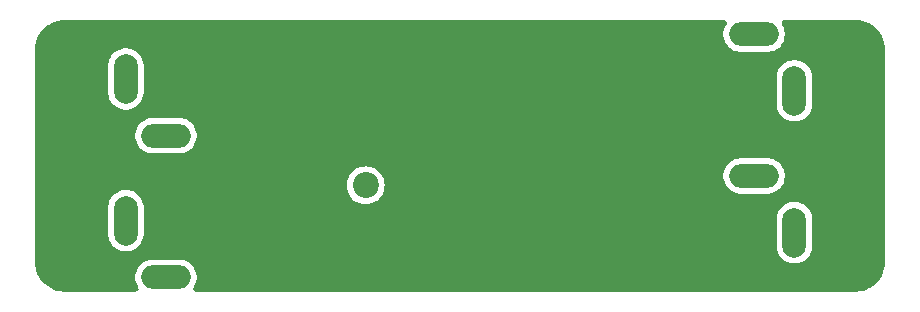
<source format=gbr>
%TF.GenerationSoftware,KiCad,Pcbnew,8.0.5*%
%TF.CreationDate,2024-12-30T19:02:22+01:00*%
%TF.ProjectId,ledPowerConnector,6c656450-6f77-4657-9243-6f6e6e656374,rev?*%
%TF.SameCoordinates,Original*%
%TF.FileFunction,Copper,L1,Top*%
%TF.FilePolarity,Positive*%
%FSLAX46Y46*%
G04 Gerber Fmt 4.6, Leading zero omitted, Abs format (unit mm)*
G04 Created by KiCad (PCBNEW 8.0.5) date 2024-12-30 19:02:22*
%MOMM*%
%LPD*%
G01*
G04 APERTURE LIST*
%TA.AperFunction,ComponentPad*%
%ADD10C,2.200000*%
%TD*%
%TA.AperFunction,ComponentPad*%
%ADD11R,2.000000X4.600000*%
%TD*%
%TA.AperFunction,ComponentPad*%
%ADD12O,4.200000X2.000000*%
%TD*%
%TA.AperFunction,ComponentPad*%
%ADD13O,2.000000X4.200000*%
%TD*%
G04 APERTURE END LIST*
D10*
%TO.P,J6,1,Pin_1*%
%TO.N,/V+*%
X145500000Y-107500000D03*
%TD*%
D11*
%TO.P,J3,1*%
%TO.N,/V+*%
X126500000Y-110500000D03*
D12*
%TO.P,J3,2*%
%TO.N,unconnected-(J3-Pad2)*%
X123600000Y-115300000D03*
D13*
%TO.P,J3,3*%
%TO.N,/V-*%
X120200000Y-110500000D03*
%TD*%
D11*
%TO.P,J2,1*%
%TO.N,/V+*%
X170500000Y-111500000D03*
D12*
%TO.P,J2,2*%
%TO.N,unconnected-(J2-Pad2)*%
X173400000Y-106700000D03*
D13*
%TO.P,J2,3*%
%TO.N,/V-*%
X176800000Y-111500000D03*
%TD*%
D11*
%TO.P,J4,1*%
%TO.N,/V+*%
X126500000Y-98500000D03*
D12*
%TO.P,J4,2*%
%TO.N,unconnected-(J4-Pad2)*%
X123600000Y-103300000D03*
D13*
%TO.P,J4,3*%
%TO.N,/V-*%
X120200000Y-98500000D03*
%TD*%
D11*
%TO.P,J1,1*%
%TO.N,/V+*%
X170500000Y-99500000D03*
D12*
%TO.P,J1,2*%
%TO.N,unconnected-(J1-Pad2)*%
X173400000Y-94700000D03*
D13*
%TO.P,J1,3*%
%TO.N,/V-*%
X176800000Y-99500000D03*
%TD*%
D10*
%TO.P,J5,1,Pin_1*%
%TO.N,/V-*%
X140500000Y-107500000D03*
%TD*%
%TA.AperFunction,Conductor*%
%TO.N,/V+*%
G36*
X170923365Y-93519454D02*
G01*
X171004147Y-93573430D01*
X171058123Y-93654212D01*
X171077077Y-93749500D01*
X171058123Y-93844788D01*
X171029523Y-93895858D01*
X171016659Y-93913563D01*
X170909430Y-94124012D01*
X170836446Y-94348635D01*
X170799501Y-94581896D01*
X170799500Y-94581912D01*
X170799500Y-94818087D01*
X170799501Y-94818103D01*
X170836446Y-95051364D01*
X170836447Y-95051368D01*
X170909432Y-95275992D01*
X170966222Y-95387448D01*
X171016659Y-95486437D01*
X171155478Y-95677504D01*
X171155480Y-95677506D01*
X171155483Y-95677510D01*
X171322490Y-95844517D01*
X171322493Y-95844519D01*
X171322495Y-95844521D01*
X171513562Y-95983340D01*
X171513564Y-95983341D01*
X171513567Y-95983343D01*
X171724008Y-96090568D01*
X171948632Y-96163553D01*
X172181908Y-96200500D01*
X172181912Y-96200500D01*
X174618088Y-96200500D01*
X174618092Y-96200500D01*
X174851368Y-96163553D01*
X175075992Y-96090568D01*
X175286433Y-95983343D01*
X175477510Y-95844517D01*
X175644517Y-95677510D01*
X175783343Y-95486433D01*
X175890568Y-95275992D01*
X175963553Y-95051368D01*
X176000500Y-94818092D01*
X176000500Y-94581908D01*
X175963553Y-94348632D01*
X175890568Y-94124008D01*
X175783343Y-93913567D01*
X175770477Y-93895858D01*
X175729803Y-93807627D01*
X175725989Y-93710547D01*
X175759616Y-93619397D01*
X175825565Y-93548054D01*
X175913796Y-93507380D01*
X175971923Y-93500500D01*
X181934108Y-93500500D01*
X181992472Y-93500500D01*
X182007505Y-93500954D01*
X182020011Y-93501710D01*
X182286261Y-93517815D01*
X182316088Y-93521437D01*
X182583363Y-93570417D01*
X182612546Y-93577610D01*
X182871956Y-93658446D01*
X182900059Y-93669103D01*
X183147845Y-93780623D01*
X183174464Y-93794594D01*
X183406989Y-93935161D01*
X183431734Y-93952241D01*
X183645616Y-94119806D01*
X183668123Y-94139745D01*
X183860254Y-94331876D01*
X183880193Y-94354383D01*
X184047758Y-94568265D01*
X184064838Y-94593010D01*
X184205405Y-94825535D01*
X184219379Y-94852160D01*
X184330893Y-95099934D01*
X184341555Y-95128049D01*
X184422387Y-95387448D01*
X184429583Y-95416642D01*
X184478560Y-95683899D01*
X184482185Y-95713749D01*
X184499046Y-95992494D01*
X184499500Y-96007528D01*
X184499500Y-113992471D01*
X184499046Y-114007505D01*
X184482185Y-114286250D01*
X184478560Y-114316100D01*
X184429583Y-114583357D01*
X184422387Y-114612551D01*
X184341555Y-114871950D01*
X184330893Y-114900065D01*
X184219379Y-115147839D01*
X184205405Y-115174464D01*
X184064838Y-115406989D01*
X184047758Y-115431734D01*
X183880193Y-115645616D01*
X183860254Y-115668123D01*
X183668123Y-115860254D01*
X183645616Y-115880193D01*
X183431734Y-116047758D01*
X183406989Y-116064838D01*
X183174464Y-116205405D01*
X183147839Y-116219379D01*
X182900065Y-116330893D01*
X182871950Y-116341555D01*
X182612551Y-116422387D01*
X182583357Y-116429583D01*
X182316100Y-116478560D01*
X182286250Y-116482185D01*
X182007506Y-116499046D01*
X181992472Y-116499500D01*
X126171923Y-116499500D01*
X126076635Y-116480546D01*
X125995853Y-116426570D01*
X125941877Y-116345788D01*
X125922923Y-116250500D01*
X125941877Y-116155212D01*
X125970477Y-116104142D01*
X125974562Y-116098518D01*
X125983343Y-116086433D01*
X126090568Y-115875992D01*
X126163553Y-115651368D01*
X126200500Y-115418092D01*
X126200500Y-115181908D01*
X126163553Y-114948632D01*
X126090568Y-114724008D01*
X125983343Y-114513567D01*
X125983341Y-114513564D01*
X125983340Y-114513562D01*
X125844521Y-114322495D01*
X125844519Y-114322493D01*
X125844517Y-114322490D01*
X125677510Y-114155483D01*
X125677506Y-114155480D01*
X125677504Y-114155478D01*
X125486437Y-114016659D01*
X125324421Y-113934108D01*
X125275992Y-113909432D01*
X125275989Y-113909431D01*
X125275987Y-113909430D01*
X125151079Y-113868845D01*
X125051368Y-113836447D01*
X125051366Y-113836446D01*
X125051364Y-113836446D01*
X124818103Y-113799501D01*
X124818094Y-113799500D01*
X124818092Y-113799500D01*
X122381908Y-113799500D01*
X122381905Y-113799500D01*
X122381896Y-113799501D01*
X122148635Y-113836446D01*
X121924012Y-113909430D01*
X121713562Y-114016659D01*
X121522495Y-114155478D01*
X121355478Y-114322495D01*
X121216659Y-114513562D01*
X121109430Y-114724012D01*
X121036446Y-114948635D01*
X120999501Y-115181896D01*
X120999500Y-115181912D01*
X120999500Y-115418087D01*
X120999501Y-115418103D01*
X121012229Y-115498462D01*
X121036447Y-115651368D01*
X121109432Y-115875992D01*
X121201685Y-116057048D01*
X121216659Y-116086436D01*
X121229523Y-116104142D01*
X121270197Y-116192373D01*
X121274011Y-116289453D01*
X121240384Y-116380603D01*
X121174435Y-116451946D01*
X121086204Y-116492620D01*
X121028077Y-116499500D01*
X115007528Y-116499500D01*
X114992494Y-116499046D01*
X114713749Y-116482185D01*
X114683899Y-116478560D01*
X114416642Y-116429583D01*
X114387448Y-116422387D01*
X114128049Y-116341555D01*
X114099934Y-116330893D01*
X113852160Y-116219379D01*
X113825535Y-116205405D01*
X113593010Y-116064838D01*
X113568265Y-116047758D01*
X113354383Y-115880193D01*
X113331876Y-115860254D01*
X113139745Y-115668123D01*
X113119806Y-115645616D01*
X112952241Y-115431734D01*
X112935161Y-115406989D01*
X112807421Y-115195682D01*
X112794593Y-115174463D01*
X112780620Y-115147839D01*
X112690964Y-114948632D01*
X112669103Y-114900059D01*
X112658444Y-114871950D01*
X112612343Y-114724008D01*
X112577610Y-114612546D01*
X112570416Y-114583357D01*
X112557752Y-114514250D01*
X112521437Y-114316088D01*
X112517815Y-114286261D01*
X112500954Y-114007504D01*
X112500500Y-113992471D01*
X112500500Y-109281912D01*
X118699500Y-109281912D01*
X118699500Y-111718087D01*
X118699501Y-111718103D01*
X118736446Y-111951364D01*
X118736447Y-111951368D01*
X118809432Y-112175992D01*
X118909683Y-112372747D01*
X118916659Y-112386437D01*
X119055478Y-112577504D01*
X119055480Y-112577506D01*
X119055483Y-112577510D01*
X119222490Y-112744517D01*
X119222493Y-112744519D01*
X119222495Y-112744521D01*
X119413562Y-112883340D01*
X119413564Y-112883341D01*
X119413567Y-112883343D01*
X119624008Y-112990568D01*
X119848632Y-113063553D01*
X120081908Y-113100500D01*
X120081912Y-113100500D01*
X120318088Y-113100500D01*
X120318092Y-113100500D01*
X120551368Y-113063553D01*
X120775992Y-112990568D01*
X120986433Y-112883343D01*
X121177510Y-112744517D01*
X121344517Y-112577510D01*
X121483343Y-112386433D01*
X121590568Y-112175992D01*
X121663553Y-111951368D01*
X121700500Y-111718092D01*
X121700500Y-110281912D01*
X175299500Y-110281912D01*
X175299500Y-112718087D01*
X175299501Y-112718103D01*
X175325673Y-112883343D01*
X175336447Y-112951368D01*
X175409432Y-113175992D01*
X175509683Y-113372747D01*
X175516659Y-113386437D01*
X175655478Y-113577504D01*
X175655480Y-113577506D01*
X175655483Y-113577510D01*
X175822490Y-113744517D01*
X175822493Y-113744519D01*
X175822495Y-113744521D01*
X176013562Y-113883340D01*
X176013564Y-113883341D01*
X176013567Y-113883343D01*
X176224008Y-113990568D01*
X176448632Y-114063553D01*
X176681908Y-114100500D01*
X176681912Y-114100500D01*
X176918088Y-114100500D01*
X176918092Y-114100500D01*
X177151368Y-114063553D01*
X177375992Y-113990568D01*
X177586433Y-113883343D01*
X177777510Y-113744517D01*
X177944517Y-113577510D01*
X178083343Y-113386433D01*
X178190568Y-113175992D01*
X178263553Y-112951368D01*
X178300500Y-112718092D01*
X178300500Y-110281908D01*
X178263553Y-110048632D01*
X178190568Y-109824008D01*
X178083343Y-109613567D01*
X178083341Y-109613564D01*
X178083340Y-109613562D01*
X177944521Y-109422495D01*
X177944519Y-109422493D01*
X177944517Y-109422490D01*
X177777510Y-109255483D01*
X177777506Y-109255480D01*
X177777504Y-109255478D01*
X177586437Y-109116659D01*
X177452926Y-109048632D01*
X177375992Y-109009432D01*
X177375989Y-109009431D01*
X177375987Y-109009430D01*
X177251079Y-108968845D01*
X177151368Y-108936447D01*
X177151366Y-108936446D01*
X177151364Y-108936446D01*
X176918103Y-108899501D01*
X176918094Y-108899500D01*
X176918092Y-108899500D01*
X176681908Y-108899500D01*
X176681905Y-108899500D01*
X176681896Y-108899501D01*
X176448635Y-108936446D01*
X176224012Y-109009430D01*
X176013562Y-109116659D01*
X175822495Y-109255478D01*
X175655478Y-109422495D01*
X175516659Y-109613562D01*
X175409430Y-109824012D01*
X175336446Y-110048635D01*
X175299501Y-110281896D01*
X175299500Y-110281912D01*
X121700500Y-110281912D01*
X121700500Y-109281908D01*
X121663553Y-109048632D01*
X121590568Y-108824008D01*
X121483343Y-108613567D01*
X121483341Y-108613564D01*
X121483340Y-108613562D01*
X121344521Y-108422495D01*
X121344519Y-108422493D01*
X121344517Y-108422490D01*
X121177510Y-108255483D01*
X121177506Y-108255480D01*
X121177504Y-108255478D01*
X120986437Y-108116659D01*
X120935230Y-108090568D01*
X120775992Y-108009432D01*
X120775989Y-108009431D01*
X120775987Y-108009430D01*
X120651079Y-107968845D01*
X120551368Y-107936447D01*
X120551366Y-107936446D01*
X120551364Y-107936446D01*
X120318103Y-107899501D01*
X120318094Y-107899500D01*
X120318092Y-107899500D01*
X120081908Y-107899500D01*
X120081905Y-107899500D01*
X120081896Y-107899501D01*
X119848635Y-107936446D01*
X119624012Y-108009430D01*
X119413562Y-108116659D01*
X119222495Y-108255478D01*
X119055478Y-108422495D01*
X118916659Y-108613562D01*
X118809430Y-108824012D01*
X118736446Y-109048635D01*
X118699501Y-109281896D01*
X118699500Y-109281912D01*
X112500500Y-109281912D01*
X112500500Y-107499994D01*
X138894551Y-107499994D01*
X138894551Y-107500005D01*
X138914316Y-107751145D01*
X138973126Y-107996108D01*
X138973129Y-107996116D01*
X139069533Y-108228858D01*
X139069537Y-108228864D01*
X139201158Y-108443652D01*
X139201160Y-108443654D01*
X139201163Y-108443657D01*
X139201164Y-108443659D01*
X139364776Y-108635224D01*
X139556341Y-108798836D01*
X139556345Y-108798839D01*
X139556347Y-108798841D01*
X139720609Y-108899500D01*
X139771141Y-108930466D01*
X140003889Y-109026873D01*
X140248852Y-109085683D01*
X140320608Y-109091330D01*
X140499995Y-109105449D01*
X140500000Y-109105449D01*
X140500005Y-109105449D01*
X140656967Y-109093095D01*
X140751148Y-109085683D01*
X140996111Y-109026873D01*
X141228859Y-108930466D01*
X141402576Y-108824012D01*
X141443652Y-108798841D01*
X141443654Y-108798839D01*
X141443653Y-108798839D01*
X141443659Y-108798836D01*
X141635224Y-108635224D01*
X141798836Y-108443659D01*
X141798839Y-108443653D01*
X141798841Y-108443652D01*
X141855633Y-108350974D01*
X141930466Y-108228859D01*
X142026873Y-107996111D01*
X142085683Y-107751148D01*
X142105449Y-107500000D01*
X142104381Y-107486433D01*
X142085683Y-107248854D01*
X142038272Y-107051368D01*
X142026873Y-107003889D01*
X141930466Y-106771141D01*
X141904624Y-106728971D01*
X141814507Y-106581912D01*
X170799500Y-106581912D01*
X170799500Y-106818087D01*
X170799501Y-106818103D01*
X170836446Y-107051364D01*
X170900613Y-107248852D01*
X170909432Y-107275992D01*
X171009683Y-107472747D01*
X171016659Y-107486437D01*
X171155478Y-107677504D01*
X171155480Y-107677506D01*
X171155483Y-107677510D01*
X171322490Y-107844517D01*
X171322493Y-107844519D01*
X171322495Y-107844521D01*
X171513562Y-107983340D01*
X171513564Y-107983341D01*
X171513567Y-107983343D01*
X171724008Y-108090568D01*
X171948632Y-108163553D01*
X172181908Y-108200500D01*
X172181912Y-108200500D01*
X174618088Y-108200500D01*
X174618092Y-108200500D01*
X174851368Y-108163553D01*
X175075992Y-108090568D01*
X175286433Y-107983343D01*
X175477510Y-107844517D01*
X175644517Y-107677510D01*
X175783343Y-107486433D01*
X175890568Y-107275992D01*
X175963553Y-107051368D01*
X176000500Y-106818092D01*
X176000500Y-106581908D01*
X175963553Y-106348632D01*
X175890568Y-106124008D01*
X175783343Y-105913567D01*
X175783341Y-105913564D01*
X175783340Y-105913562D01*
X175644521Y-105722495D01*
X175644519Y-105722493D01*
X175644517Y-105722490D01*
X175477510Y-105555483D01*
X175477506Y-105555480D01*
X175477504Y-105555478D01*
X175286437Y-105416659D01*
X175272747Y-105409683D01*
X175075992Y-105309432D01*
X175075989Y-105309431D01*
X175075987Y-105309430D01*
X174951079Y-105268845D01*
X174851368Y-105236447D01*
X174851366Y-105236446D01*
X174851364Y-105236446D01*
X174618103Y-105199501D01*
X174618094Y-105199500D01*
X174618092Y-105199500D01*
X172181908Y-105199500D01*
X172181905Y-105199500D01*
X172181896Y-105199501D01*
X171948635Y-105236446D01*
X171724012Y-105309430D01*
X171513562Y-105416659D01*
X171322495Y-105555478D01*
X171155478Y-105722495D01*
X171016659Y-105913562D01*
X170909430Y-106124012D01*
X170836446Y-106348635D01*
X170799501Y-106581896D01*
X170799500Y-106581912D01*
X141814507Y-106581912D01*
X141798841Y-106556347D01*
X141798839Y-106556345D01*
X141798836Y-106556341D01*
X141635224Y-106364776D01*
X141443659Y-106201164D01*
X141443657Y-106201163D01*
X141443654Y-106201160D01*
X141443652Y-106201158D01*
X141228864Y-106069537D01*
X141228858Y-106069533D01*
X140996116Y-105973129D01*
X140996108Y-105973126D01*
X140751145Y-105914316D01*
X140500005Y-105894551D01*
X140499995Y-105894551D01*
X140248854Y-105914316D01*
X140003891Y-105973126D01*
X140003883Y-105973129D01*
X139771141Y-106069533D01*
X139771135Y-106069537D01*
X139556347Y-106201158D01*
X139556345Y-106201160D01*
X139364779Y-106364773D01*
X139364773Y-106364779D01*
X139201160Y-106556345D01*
X139201158Y-106556347D01*
X139069537Y-106771135D01*
X139069533Y-106771141D01*
X138973129Y-107003883D01*
X138973126Y-107003891D01*
X138914316Y-107248854D01*
X138894551Y-107499994D01*
X112500500Y-107499994D01*
X112500500Y-103181912D01*
X120999500Y-103181912D01*
X120999500Y-103418087D01*
X120999501Y-103418103D01*
X121036446Y-103651364D01*
X121036447Y-103651368D01*
X121109432Y-103875992D01*
X121209683Y-104072747D01*
X121216659Y-104086437D01*
X121355478Y-104277504D01*
X121355480Y-104277506D01*
X121355483Y-104277510D01*
X121522490Y-104444517D01*
X121522493Y-104444519D01*
X121522495Y-104444521D01*
X121713562Y-104583340D01*
X121713564Y-104583341D01*
X121713567Y-104583343D01*
X121924008Y-104690568D01*
X122148632Y-104763553D01*
X122381908Y-104800500D01*
X122381912Y-104800500D01*
X124818088Y-104800500D01*
X124818092Y-104800500D01*
X125051368Y-104763553D01*
X125275992Y-104690568D01*
X125486433Y-104583343D01*
X125677510Y-104444517D01*
X125844517Y-104277510D01*
X125983343Y-104086433D01*
X126090568Y-103875992D01*
X126163553Y-103651368D01*
X126200500Y-103418092D01*
X126200500Y-103181908D01*
X126163553Y-102948632D01*
X126090568Y-102724008D01*
X125983343Y-102513567D01*
X125983341Y-102513564D01*
X125983340Y-102513562D01*
X125844521Y-102322495D01*
X125844519Y-102322493D01*
X125844517Y-102322490D01*
X125677510Y-102155483D01*
X125677506Y-102155480D01*
X125677504Y-102155478D01*
X125486437Y-102016659D01*
X125435230Y-101990568D01*
X125275992Y-101909432D01*
X125275989Y-101909431D01*
X125275987Y-101909430D01*
X125151079Y-101868845D01*
X125051368Y-101836447D01*
X125051366Y-101836446D01*
X125051364Y-101836446D01*
X124818103Y-101799501D01*
X124818094Y-101799500D01*
X124818092Y-101799500D01*
X122381908Y-101799500D01*
X122381905Y-101799500D01*
X122381896Y-101799501D01*
X122148635Y-101836446D01*
X121924012Y-101909430D01*
X121713562Y-102016659D01*
X121522495Y-102155478D01*
X121355478Y-102322495D01*
X121216659Y-102513562D01*
X121109430Y-102724012D01*
X121036446Y-102948635D01*
X120999501Y-103181896D01*
X120999500Y-103181912D01*
X112500500Y-103181912D01*
X112500500Y-97281912D01*
X118699500Y-97281912D01*
X118699500Y-99718087D01*
X118699501Y-99718103D01*
X118736446Y-99951364D01*
X118736447Y-99951368D01*
X118809432Y-100175992D01*
X118909683Y-100372747D01*
X118916659Y-100386437D01*
X119055478Y-100577504D01*
X119055480Y-100577506D01*
X119055483Y-100577510D01*
X119222490Y-100744517D01*
X119222493Y-100744519D01*
X119222495Y-100744521D01*
X119413562Y-100883340D01*
X119413564Y-100883341D01*
X119413567Y-100883343D01*
X119624008Y-100990568D01*
X119848632Y-101063553D01*
X120081908Y-101100500D01*
X120081912Y-101100500D01*
X120318088Y-101100500D01*
X120318092Y-101100500D01*
X120551368Y-101063553D01*
X120775992Y-100990568D01*
X120986433Y-100883343D01*
X121177510Y-100744517D01*
X121344517Y-100577510D01*
X121483343Y-100386433D01*
X121590568Y-100175992D01*
X121663553Y-99951368D01*
X121700500Y-99718092D01*
X121700500Y-98281912D01*
X175299500Y-98281912D01*
X175299500Y-100718087D01*
X175299501Y-100718103D01*
X175325673Y-100883343D01*
X175336447Y-100951368D01*
X175409432Y-101175992D01*
X175509683Y-101372747D01*
X175516659Y-101386437D01*
X175655478Y-101577504D01*
X175655480Y-101577506D01*
X175655483Y-101577510D01*
X175822490Y-101744517D01*
X175822493Y-101744519D01*
X175822495Y-101744521D01*
X176013562Y-101883340D01*
X176013564Y-101883341D01*
X176013567Y-101883343D01*
X176224008Y-101990568D01*
X176448632Y-102063553D01*
X176681908Y-102100500D01*
X176681912Y-102100500D01*
X176918088Y-102100500D01*
X176918092Y-102100500D01*
X177151368Y-102063553D01*
X177375992Y-101990568D01*
X177586433Y-101883343D01*
X177777510Y-101744517D01*
X177944517Y-101577510D01*
X178083343Y-101386433D01*
X178190568Y-101175992D01*
X178263553Y-100951368D01*
X178300500Y-100718092D01*
X178300500Y-98281908D01*
X178263553Y-98048632D01*
X178190568Y-97824008D01*
X178083343Y-97613567D01*
X178083341Y-97613564D01*
X178083340Y-97613562D01*
X177944521Y-97422495D01*
X177944519Y-97422493D01*
X177944517Y-97422490D01*
X177777510Y-97255483D01*
X177777506Y-97255480D01*
X177777504Y-97255478D01*
X177586437Y-97116659D01*
X177452926Y-97048632D01*
X177375992Y-97009432D01*
X177375989Y-97009431D01*
X177375987Y-97009430D01*
X177251079Y-96968845D01*
X177151368Y-96936447D01*
X177151366Y-96936446D01*
X177151364Y-96936446D01*
X176918103Y-96899501D01*
X176918094Y-96899500D01*
X176918092Y-96899500D01*
X176681908Y-96899500D01*
X176681905Y-96899500D01*
X176681896Y-96899501D01*
X176448635Y-96936446D01*
X176224012Y-97009430D01*
X176013562Y-97116659D01*
X175822495Y-97255478D01*
X175655478Y-97422495D01*
X175516659Y-97613562D01*
X175409430Y-97824012D01*
X175336446Y-98048635D01*
X175299501Y-98281896D01*
X175299500Y-98281912D01*
X121700500Y-98281912D01*
X121700500Y-97281908D01*
X121663553Y-97048632D01*
X121590568Y-96824008D01*
X121483343Y-96613567D01*
X121483341Y-96613564D01*
X121483340Y-96613562D01*
X121344521Y-96422495D01*
X121344519Y-96422493D01*
X121344517Y-96422490D01*
X121177510Y-96255483D01*
X121177506Y-96255480D01*
X121177504Y-96255478D01*
X120986437Y-96116659D01*
X120935230Y-96090568D01*
X120775992Y-96009432D01*
X120775989Y-96009431D01*
X120775987Y-96009430D01*
X120651079Y-95968845D01*
X120551368Y-95936447D01*
X120551366Y-95936446D01*
X120551364Y-95936446D01*
X120318103Y-95899501D01*
X120318094Y-95899500D01*
X120318092Y-95899500D01*
X120081908Y-95899500D01*
X120081905Y-95899500D01*
X120081896Y-95899501D01*
X119848635Y-95936446D01*
X119624012Y-96009430D01*
X119413562Y-96116659D01*
X119222495Y-96255478D01*
X119055478Y-96422495D01*
X118916659Y-96613562D01*
X118809430Y-96824012D01*
X118736446Y-97048635D01*
X118699501Y-97281896D01*
X118699500Y-97281912D01*
X112500500Y-97281912D01*
X112500500Y-96007528D01*
X112500954Y-95992495D01*
X112506579Y-95899500D01*
X112517815Y-95713736D01*
X112521437Y-95683913D01*
X112570418Y-95416632D01*
X112577609Y-95387457D01*
X112658448Y-95128037D01*
X112669101Y-95099945D01*
X112780626Y-94852147D01*
X112794589Y-94825543D01*
X112935161Y-94593010D01*
X112952241Y-94568265D01*
X113119813Y-94354374D01*
X113139737Y-94331884D01*
X113331884Y-94139737D01*
X113354374Y-94119813D01*
X113568268Y-93952238D01*
X113593010Y-93935161D01*
X113658025Y-93895858D01*
X113825543Y-93794589D01*
X113852147Y-93780626D01*
X114099945Y-93669101D01*
X114128037Y-93658448D01*
X114387457Y-93577609D01*
X114416632Y-93570418D01*
X114683913Y-93521437D01*
X114713736Y-93517815D01*
X114980895Y-93501655D01*
X114992495Y-93500954D01*
X115007528Y-93500500D01*
X115065892Y-93500500D01*
X170828077Y-93500500D01*
X170923365Y-93519454D01*
G37*
%TD.AperFunction*%
%TD*%
M02*

</source>
